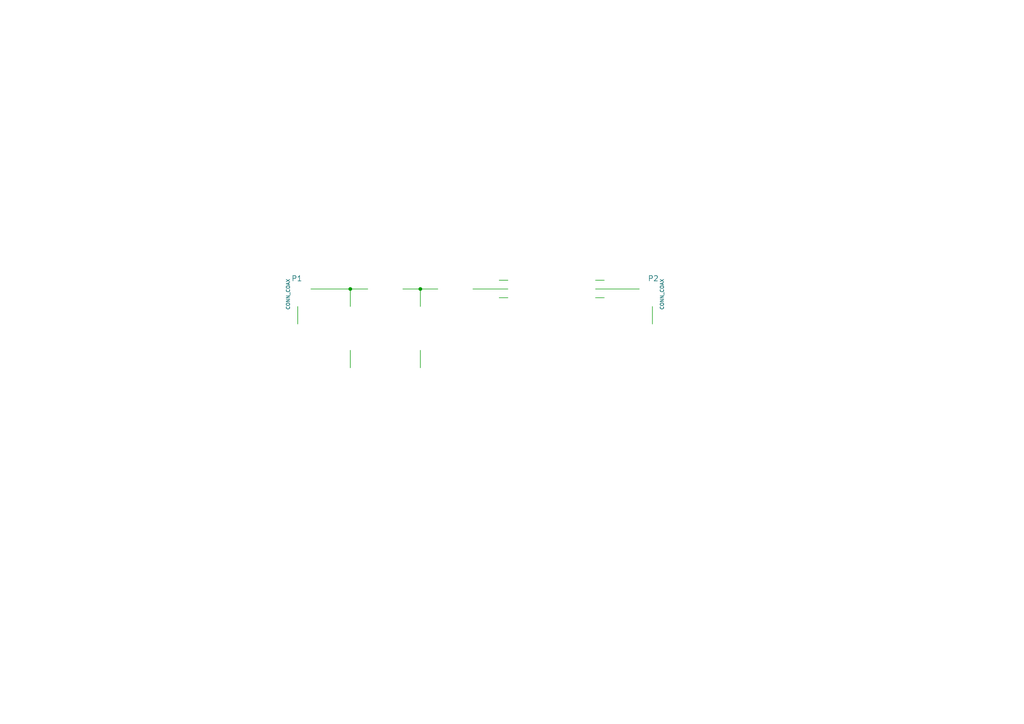
<source format=kicad_sch>
(kicad_sch (version 20230121) (generator eeschema)
  (paper "A4")
  (lib_symbols)
  (junction (at 121.92 83.82))
  (junction (at 101.6 83.82))
  (wire (pts (xy 172.72 81.28) (xy 175.26 81.28)))
  (wire (pts (xy 101.6 83.82) (xy 106.68 83.82)))
  (wire (pts (xy 144.78 86.36) (xy 147.32 86.36)))
  (wire (pts (xy 137.16 83.82) (xy 147.32 83.82)))
  (wire (pts (xy 90.17 83.82) (xy 101.6 83.82)))
  (wire (pts (xy 121.92 83.82) (xy 121.92 88.9)))
  (wire (pts (xy 121.92 101.6) (xy 121.92 106.68)))
  (wire (pts (xy 172.72 86.36) (xy 175.26 86.36)))
  (wire (pts (xy 147.32 81.28) (xy 144.78 81.28)))
  (wire (pts (xy 101.6 101.6) (xy 101.6 106.68)))
  (wire (pts (xy 86.36 88.9) (xy 86.36 93.98)))
  (wire (pts (xy 116.84 83.82) (xy 121.92 83.82)))
  (wire (pts (xy 101.6 83.82) (xy 101.6 88.9)))
  (wire (pts (xy 189.23 88.9) (xy 189.23 93.98)))
  (wire (pts (xy 172.72 83.82) (xy 185.42 83.82)))
  (wire (pts (xy 121.92 83.82) (xy 127 83.82)))
  (symbol (lib_id "GND") (at 121.92 106.68 0) (unit 1)
    (property "Reference" "#PWR01" (effects hide))
    (property "Value" "GND" (effects hide))
  )
  (symbol (lib_id "GND") (at 101.6 106.68 0) (unit 1)
    (property "Reference" "#PWR02" (effects hide))
    (property "Value" "GND" (effects hide))
  )
  (symbol (lib_id "GND") (at 86.36 93.98 0) (unit 1)
    (property "Reference" "#PWR03" (effects hide))
    (property "Value" "GND" (effects hide))
  )
  (symbol (lib_id "EPCOS_DCC6C") (at 160.02 83.82 0) (unit 1)
    (property "Reference" "U1" (at 160.02 77.47 0) (effects (font (size 1.524 1.524))))
    (property "Value" "EPCOS_DCC6C" (at 160.02 90.17 0) (effects (font (size 1.524 1.524))))
  )
  (symbol (lib_id "GND") (at 144.78 86.36 270) (unit 1)
    (property "Reference" "#PWR04" (effects hide))
    (property "Value" "GND" (effects hide))
  )
  (symbol (lib_id "GND") (at 175.26 86.36 90) (unit 1)
    (property "Reference" "#PWR05" (effects hide))
    (property "Value" "GND" (effects hide))
  )
  (symbol (lib_id "GND") (at 144.78 81.28 270) (unit 1)
    (property "Reference" "#PWR06" (effects hide))
    (property "Value" "GND" (effects hide))
  )
  (symbol (lib_id "GND") (at 175.26 81.28 90) (unit 1)
    (property "Reference" "#PWR07" (effects hide))
    (property "Value" "GND" (effects hide))
  )
  (symbol (lib_id "GND") (at 189.23 93.98 0) (unit 1)
    (property "Reference" "#PWR08" (effects hide))
    (property "Value" "GND" (effects hide))
  )
  (symbol (lib_id "C") (at 111.76 83.82 90) (unit 1)
    (property "Reference" "C1" (at 109.22 82.55 0) (effects (justify left)))
    (property "Value" "100N" (at 114.3 82.55 0) (effects (justify left)))
  )
  (symbol (lib_id "C") (at 132.08 83.82 90) (unit 1)
    (property "Reference" "C2" (at 129.54 82.55 0) (effects (justify left)))
    (property "Value" "100N" (at 134.62 82.55 0) (effects (justify left)))
  )
  (symbol (lib_id "L") (at 121.92 95.25 0) (unit 1)
    (property "Reference" "L1" (at 120.65 95.25 90))
    (property "Value" "L" (at 124.46 95.25 90))
  )
  (symbol (lib_id "R") (at 101.6 95.25 0) (mirror y) (unit 1)
    (property "Reference" "R1" (at 99.568 95.25 90))
    (property "Value" "R" (at 101.6 95.25 90))
  )
  (symbol (lib_id "CONN_COAX") (at 189.23 83.82 0) (unit 1)
    (property "Reference" "P2" (at 189.484 80.772 0) (effects (font (size 1.524 1.524))))
    (property "Value" "CONN_COAX" (at 192.024 85.344 90) (effects (font (size 1.016 1.016))))
  )
  (symbol (lib_id "CONN_COAX") (at 86.36 83.82 0) (mirror y) (unit 1)
    (property "Reference" "P1" (at 86.106 80.772 0) (effects (font (size 1.524 1.524))))
    (property "Value" "CONN_COAX" (at 83.566 85.344 90) (effects (font (size 1.016 1.016))))
  )
)
</source>
